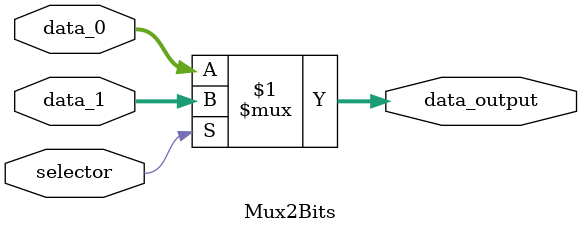
<source format=v>
module Mux2Bits (
    input  wire     selector,
    input  wire [31:0] data_0,
    input  wire [31:0] data_1,
    output wire [31:0] data_output
);

    assign data_output = (selector) ? data_1 : data_0;
    
endmodule
</source>
